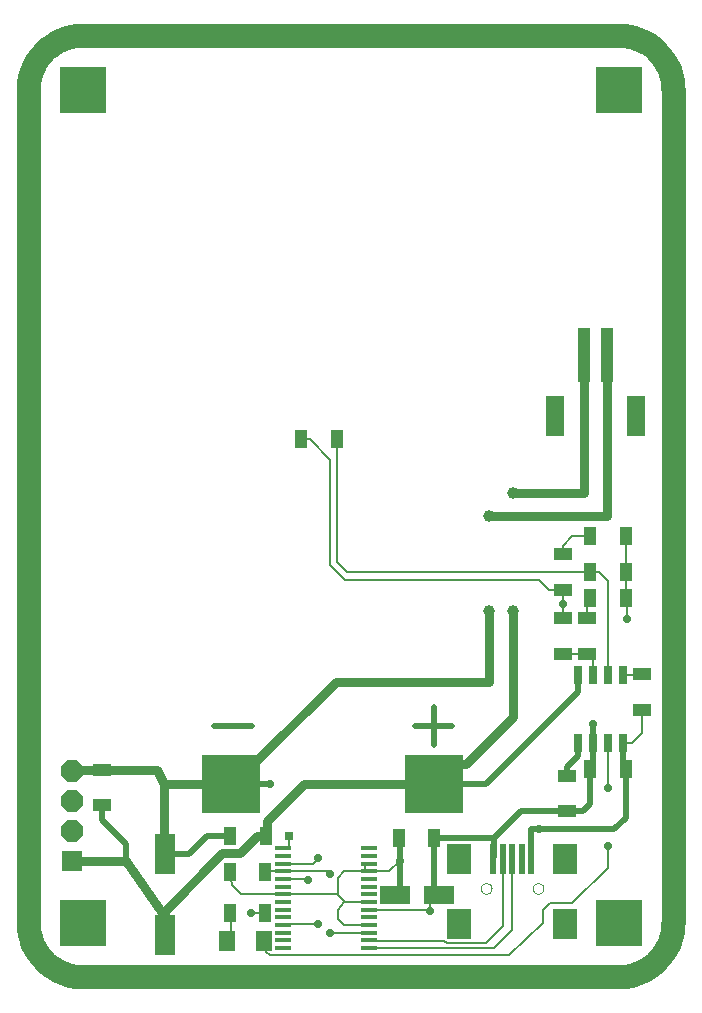
<source format=gtl>
G75*
G70*
%OFA0B0*%
%FSLAX24Y24*%
%IPPOS*%
%LPD*%
%AMOC8*
5,1,8,0,0,1.08239X$1,22.5*
%
%ADD10C,0.0197*%
%ADD11C,0.0079*%
%ADD12C,0.0787*%
%ADD13R,0.0709X0.0709*%
%ADD14OC8,0.0709*%
%ADD15R,0.1969X0.1969*%
%ADD16R,0.0394X0.0630*%
%ADD17R,0.0630X0.0394*%
%ADD18R,0.0709X0.1339*%
%ADD19R,0.0518X0.0661*%
%ADD20R,0.0984X0.0630*%
%ADD21R,0.0256X0.0630*%
%ADD22R,0.0550X0.0137*%
%ADD23R,0.0394X0.1811*%
%ADD24R,0.0630X0.1339*%
%ADD25R,0.0197X0.0984*%
%ADD26R,0.0787X0.0984*%
%ADD27C,0.0000*%
%ADD28C,0.0290*%
%ADD29C,0.0315*%
%ADD30C,0.0396*%
%ADD31C,0.0080*%
%ADD32R,0.0290X0.0290*%
%ADD33C,0.0160*%
%ADD34R,0.1581X0.1581*%
D10*
X003754Y004379D02*
X003754Y004941D01*
X002941Y005754D01*
X002941Y006226D01*
X001941Y007379D02*
X001969Y007407D01*
X005037Y004593D02*
X005843Y004593D01*
X006441Y005191D01*
X007229Y005191D01*
X007254Y006941D02*
X008567Y006941D01*
X007941Y008879D02*
X006691Y008879D01*
X012707Y003254D02*
X012879Y003426D01*
X012879Y004379D01*
X012879Y005101D01*
X012851Y005129D01*
X012879Y004379D02*
X012851Y004379D01*
X014032Y005129D02*
X014032Y003398D01*
X014176Y003254D01*
X014032Y005129D02*
X016004Y005129D01*
X016913Y006038D01*
X018441Y006038D01*
X018976Y006038D01*
X019226Y006288D01*
X019226Y007441D01*
X019317Y007532D01*
X019317Y008317D01*
X019317Y008941D01*
X018817Y008317D02*
X018817Y007879D01*
X018441Y007504D01*
X018441Y007220D01*
X017504Y005435D02*
X017264Y005435D01*
X017264Y004504D01*
X017504Y005435D02*
X020004Y005435D01*
X020407Y005798D01*
X020407Y007441D01*
X020317Y007532D01*
X020317Y008317D01*
X018817Y010004D02*
X018817Y010567D01*
X018817Y010004D02*
X015754Y006941D01*
X014004Y006941D01*
X014004Y008254D02*
X014004Y009504D01*
X013379Y008879D02*
X014629Y008879D01*
X016004Y005129D02*
X016004Y004504D01*
X020441Y013094D02*
X020407Y013129D01*
D11*
X020407Y014004D01*
X020407Y015191D01*
X019504Y014004D02*
X019817Y013691D01*
X019817Y010567D01*
X020317Y010567D02*
X020913Y010567D01*
X020941Y010594D01*
X020941Y009413D02*
X020941Y008629D01*
X019317Y010567D02*
X019317Y011254D01*
X019282Y011288D01*
X019129Y011288D01*
X018317Y011288D01*
X018317Y012469D02*
X018317Y012941D01*
X018317Y013413D01*
X017844Y013413D01*
X017504Y013754D01*
X011067Y013754D01*
X010567Y014254D01*
X010567Y017754D01*
X009879Y018441D01*
X009601Y018441D01*
X010782Y018441D02*
X010782Y014351D01*
X011129Y014004D01*
X019226Y014004D01*
X019504Y014004D01*
X019226Y013129D02*
X019129Y013032D01*
X019129Y012469D01*
X020441Y012441D02*
X020441Y013094D01*
X019226Y015191D02*
X018629Y015191D01*
X018317Y014879D01*
X018317Y014594D01*
X016319Y004504D02*
X016319Y002194D01*
X015754Y001629D01*
X014441Y001629D01*
X014349Y001721D01*
X011708Y001721D01*
X011708Y001465D02*
X016028Y001465D01*
X016634Y002071D01*
X016526Y001250D02*
X008547Y001250D01*
X008433Y001324D01*
X008355Y001691D01*
X008978Y002237D02*
X009037Y002257D01*
X008391Y002629D02*
X007932Y002629D01*
X007262Y002602D02*
X007209Y002629D01*
X007249Y002589D01*
X007249Y001780D01*
X007249Y001741D01*
X007199Y001691D01*
X007249Y001741D02*
X007288Y001780D01*
X007249Y001780D02*
X007121Y001691D01*
X008391Y004004D02*
X008391Y004035D01*
X008378Y004047D01*
X008960Y004047D02*
X008978Y004029D01*
X009018Y004260D02*
X008978Y004285D01*
X009175Y005175D02*
X009191Y005191D01*
X009817Y003769D02*
X009817Y003754D01*
X010461Y004029D02*
X010543Y003947D01*
X011022Y003001D02*
X010817Y002754D01*
X010817Y002441D01*
X011708Y002745D02*
X013870Y002745D01*
X013879Y002695D01*
X013870Y002745D02*
X013870Y002948D01*
X014176Y003254D01*
X013879Y002754D02*
X013870Y002745D01*
X012524Y004024D02*
X011708Y004024D01*
X011857Y001981D02*
X011878Y001963D01*
D12*
X000504Y002317D02*
X000504Y030066D01*
X000505Y030066D02*
X000507Y030155D01*
X000514Y030244D01*
X000525Y030332D01*
X000540Y030420D01*
X000559Y030506D01*
X000583Y030592D01*
X000611Y030677D01*
X000643Y030760D01*
X000679Y030841D01*
X000719Y030920D01*
X000763Y030998D01*
X000810Y031073D01*
X000862Y031146D01*
X000916Y031216D01*
X000974Y031283D01*
X001036Y031347D01*
X001100Y031409D01*
X001168Y031467D01*
X001238Y031521D01*
X001310Y031573D01*
X001386Y031620D01*
X001463Y031664D01*
X001542Y031704D01*
X001624Y031740D01*
X001707Y031772D01*
X001791Y031800D01*
X001877Y031824D01*
X001964Y031843D01*
X002051Y031858D01*
X002139Y031869D01*
X002228Y031876D01*
X002317Y031878D01*
X002317Y031879D02*
X020191Y031879D01*
X020191Y031880D02*
X020277Y031878D01*
X020363Y031872D01*
X020449Y031862D01*
X020534Y031847D01*
X020618Y031829D01*
X020702Y031807D01*
X020784Y031780D01*
X020865Y031750D01*
X020944Y031716D01*
X021022Y031678D01*
X021097Y031637D01*
X021171Y031592D01*
X021243Y031544D01*
X021312Y031492D01*
X021378Y031437D01*
X021442Y031379D01*
X021503Y031318D01*
X021561Y031254D01*
X021616Y031188D01*
X021668Y031119D01*
X021716Y031047D01*
X021761Y030973D01*
X021802Y030898D01*
X021840Y030820D01*
X021874Y030741D01*
X021904Y030660D01*
X021931Y030578D01*
X021953Y030494D01*
X021971Y030410D01*
X021986Y030325D01*
X021996Y030239D01*
X022002Y030153D01*
X022004Y030067D01*
X022004Y030066D02*
X022004Y002317D01*
X022002Y002231D01*
X021996Y002145D01*
X021986Y002059D01*
X021971Y001974D01*
X021953Y001890D01*
X021931Y001806D01*
X021904Y001724D01*
X021874Y001643D01*
X021840Y001564D01*
X021802Y001486D01*
X021761Y001411D01*
X021716Y001337D01*
X021668Y001265D01*
X021616Y001196D01*
X021561Y001130D01*
X021503Y001066D01*
X021442Y001005D01*
X021378Y000947D01*
X021312Y000892D01*
X021243Y000840D01*
X021171Y000792D01*
X021098Y000747D01*
X021022Y000706D01*
X020944Y000668D01*
X020865Y000634D01*
X020784Y000604D01*
X020702Y000577D01*
X020618Y000555D01*
X020534Y000537D01*
X020449Y000522D01*
X020363Y000512D01*
X020277Y000506D01*
X020191Y000504D01*
X002317Y000504D01*
X002231Y000506D01*
X002145Y000512D01*
X002059Y000522D01*
X001974Y000537D01*
X001890Y000555D01*
X001806Y000577D01*
X001724Y000604D01*
X001643Y000634D01*
X001564Y000668D01*
X001486Y000706D01*
X001410Y000747D01*
X001337Y000792D01*
X001265Y000840D01*
X001196Y000892D01*
X001130Y000947D01*
X001066Y001005D01*
X001005Y001066D01*
X000947Y001130D01*
X000892Y001196D01*
X000840Y001265D01*
X000792Y001337D01*
X000747Y001411D01*
X000706Y001486D01*
X000668Y001564D01*
X000634Y001643D01*
X000604Y001724D01*
X000577Y001806D01*
X000555Y001890D01*
X000537Y001974D01*
X000522Y002059D01*
X000512Y002145D01*
X000506Y002231D01*
X000504Y002317D01*
D13*
X001941Y004379D03*
D14*
X001941Y005379D03*
X001941Y006379D03*
X001941Y007379D03*
D15*
X007254Y006941D03*
X014004Y006941D03*
D16*
X014032Y005129D03*
X012851Y005129D03*
X008410Y005191D03*
X008391Y004004D03*
X008391Y002629D03*
X007209Y002629D03*
X007209Y004004D03*
X007229Y005191D03*
X009601Y018441D03*
X010782Y018441D03*
X019226Y015191D03*
X019226Y014004D03*
X019226Y013129D03*
X020407Y013129D03*
X020407Y014004D03*
X020407Y015191D03*
X020407Y007441D03*
X019226Y007441D03*
D17*
X018441Y007219D03*
X018441Y006038D03*
X020941Y009413D03*
X020941Y010594D03*
X019129Y011288D03*
X018317Y011288D03*
X018317Y012469D03*
X018317Y013413D03*
X018317Y014594D03*
X019129Y012469D03*
X002941Y007407D03*
X002941Y006226D03*
D18*
X005037Y004593D03*
X005037Y001915D03*
D19*
X007121Y001691D03*
X008355Y001691D03*
D20*
X012707Y003254D03*
X014176Y003254D03*
D21*
X018817Y008317D03*
X019317Y008317D03*
X019817Y008317D03*
X020317Y008317D03*
X020317Y010567D03*
X019817Y010567D03*
X019317Y010567D03*
X018817Y010567D03*
D22*
X011857Y004796D03*
X011857Y004541D03*
X011857Y004285D03*
X011857Y004029D03*
X011857Y003773D03*
X011857Y003517D03*
X011857Y003261D03*
X011857Y003005D03*
X011857Y002749D03*
X011857Y002493D03*
X011857Y002237D03*
X011857Y001981D03*
X011857Y001726D03*
X011857Y001470D03*
X008978Y001470D03*
X008978Y001726D03*
X008978Y001981D03*
X008978Y002237D03*
X008978Y002493D03*
X008978Y002749D03*
X008978Y003005D03*
X008978Y003261D03*
X008978Y003517D03*
X008978Y003773D03*
X008978Y004029D03*
X008978Y004285D03*
X008978Y004541D03*
X008978Y004796D03*
D23*
X019008Y021252D03*
X019795Y021252D03*
D24*
X020740Y019205D03*
X018063Y019205D03*
D25*
X017256Y004441D03*
X016941Y004441D03*
X016626Y004441D03*
X016311Y004441D03*
X015996Y004441D03*
D26*
X014854Y004441D03*
X014854Y002276D03*
X018398Y002276D03*
X018398Y004441D03*
D27*
X017315Y003457D02*
X017317Y003483D01*
X017323Y003509D01*
X017333Y003534D01*
X017346Y003557D01*
X017362Y003577D01*
X017382Y003595D01*
X017404Y003610D01*
X017427Y003622D01*
X017453Y003630D01*
X017479Y003634D01*
X017505Y003634D01*
X017531Y003630D01*
X017557Y003622D01*
X017581Y003610D01*
X017602Y003595D01*
X017622Y003577D01*
X017638Y003557D01*
X017651Y003534D01*
X017661Y003509D01*
X017667Y003483D01*
X017669Y003457D01*
X017667Y003431D01*
X017661Y003405D01*
X017651Y003380D01*
X017638Y003357D01*
X017622Y003337D01*
X017602Y003319D01*
X017580Y003304D01*
X017557Y003292D01*
X017531Y003284D01*
X017505Y003280D01*
X017479Y003280D01*
X017453Y003284D01*
X017427Y003292D01*
X017403Y003304D01*
X017382Y003319D01*
X017362Y003337D01*
X017346Y003357D01*
X017333Y003380D01*
X017323Y003405D01*
X017317Y003431D01*
X017315Y003457D01*
X015583Y003457D02*
X015585Y003483D01*
X015591Y003509D01*
X015601Y003534D01*
X015614Y003557D01*
X015630Y003577D01*
X015650Y003595D01*
X015672Y003610D01*
X015695Y003622D01*
X015721Y003630D01*
X015747Y003634D01*
X015773Y003634D01*
X015799Y003630D01*
X015825Y003622D01*
X015849Y003610D01*
X015870Y003595D01*
X015890Y003577D01*
X015906Y003557D01*
X015919Y003534D01*
X015929Y003509D01*
X015935Y003483D01*
X015937Y003457D01*
X015935Y003431D01*
X015929Y003405D01*
X015919Y003380D01*
X015906Y003357D01*
X015890Y003337D01*
X015870Y003319D01*
X015848Y003304D01*
X015825Y003292D01*
X015799Y003284D01*
X015773Y003280D01*
X015747Y003280D01*
X015721Y003284D01*
X015695Y003292D01*
X015671Y003304D01*
X015650Y003319D01*
X015630Y003337D01*
X015614Y003357D01*
X015601Y003380D01*
X015591Y003405D01*
X015585Y003431D01*
X015583Y003457D01*
D28*
X013879Y002695D03*
X012879Y004379D03*
X010543Y003947D03*
X010144Y004457D03*
X009817Y003754D03*
X010144Y002257D03*
X010543Y001963D03*
X007932Y002629D03*
X008567Y006941D03*
X017504Y005435D03*
X019817Y004879D03*
X019817Y006817D03*
X019317Y008941D03*
X020441Y012441D03*
X018317Y012941D03*
D29*
X016646Y012709D02*
X016646Y009165D01*
X015071Y007591D01*
X014004Y007591D01*
X014004Y006941D01*
X009691Y006941D01*
X008469Y005719D01*
X008410Y005191D01*
X008129Y005191D01*
X007567Y004629D01*
X006965Y004629D01*
X005037Y002702D01*
X005037Y002504D01*
X003754Y004379D01*
X001941Y004379D01*
X001969Y007407D02*
X002941Y007407D01*
X004788Y007407D01*
X005018Y006941D01*
X005018Y004593D01*
X005037Y004593D01*
X005037Y002504D02*
X005037Y001915D01*
X005018Y006941D02*
X007254Y006941D01*
X007254Y007197D01*
X007197Y007197D01*
X007197Y007591D01*
X007984Y007591D01*
X010740Y010346D01*
X015858Y010346D01*
X015858Y012709D01*
X015858Y015858D02*
X019795Y015858D01*
X019795Y020583D01*
X019008Y020583D02*
X019008Y016646D01*
X016646Y016646D01*
D30*
X016646Y016646D03*
X015858Y015858D03*
X015858Y012709D03*
X016646Y012709D03*
D31*
X019817Y008317D02*
X019817Y006817D01*
X020317Y008317D02*
X020629Y008317D01*
X020941Y008629D01*
X019817Y004879D02*
X019817Y004147D01*
X018634Y002965D01*
X017886Y002965D01*
X017650Y002728D01*
X017650Y002295D01*
X016526Y001250D01*
X016634Y002071D02*
X016634Y004504D01*
X012879Y004379D02*
X012524Y004024D01*
X011708Y004024D02*
X011024Y004024D01*
X010817Y003817D01*
X010817Y003254D01*
X011063Y003007D01*
X011022Y003001D02*
X011783Y003001D01*
X011708Y002233D02*
X011024Y002233D01*
X010817Y002441D01*
X010543Y001963D02*
X011878Y001963D01*
X010817Y003254D02*
X010813Y003257D01*
X010811Y003260D02*
X007591Y003260D01*
X007288Y003562D01*
X007209Y004004D01*
X008378Y004047D02*
X008960Y004047D01*
X008978Y004029D02*
X010461Y004029D01*
X010144Y004457D02*
X009972Y004285D01*
X008978Y004285D01*
X009175Y004792D02*
X009175Y005175D01*
X009175Y003769D02*
X009817Y003769D01*
X010144Y002257D02*
X009037Y002257D01*
X011708Y004024D02*
X011708Y004280D01*
D32*
X009191Y005191D03*
D33*
X018441Y007220D02*
X018441Y007219D01*
D34*
X020191Y002317D03*
X002317Y002317D03*
X002317Y030067D03*
X020191Y030067D03*
M02*

</source>
